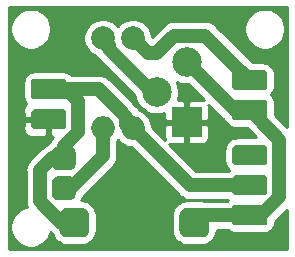
<source format=gbr>
G04 #@! TF.GenerationSoftware,KiCad,Pcbnew,5.1.5+dfsg1-2build2*
G04 #@! TF.CreationDate,2020-11-06T22:36:43+01:00*
G04 #@! TF.ProjectId,lighthouse,6c696768-7468-46f7-9573-652e6b696361,rev?*
G04 #@! TF.SameCoordinates,PX36049d0PY465e678*
G04 #@! TF.FileFunction,Copper,L2,Bot*
G04 #@! TF.FilePolarity,Positive*
%FSLAX46Y46*%
G04 Gerber Fmt 4.6, Leading zero omitted, Abs format (unit mm)*
G04 Created by KiCad (PCBNEW 5.1.5+dfsg1-2build2) date 2020-11-06 22:36:43*
%MOMM*%
%LPD*%
G04 APERTURE LIST*
%ADD10R,2.500000X2.500000*%
%ADD11C,2.500000*%
%ADD12C,0.100000*%
%ADD13O,2.000000X2.000000*%
%ADD14C,2.000000*%
%ADD15C,1.200000*%
%ADD16C,0.254000*%
G04 APERTURE END LIST*
D10*
X15748000Y-10414000D03*
D11*
X15748000Y-5334000D03*
X13208000Y-7874000D03*
G04 #@! TA.AperFunction,ComponentPad*
D12*
G36*
X6909261Y-17676010D02*
G01*
X6969931Y-17685009D01*
X7029428Y-17699912D01*
X7087177Y-17720575D01*
X7142623Y-17746799D01*
X7195231Y-17778331D01*
X7244496Y-17814868D01*
X7289942Y-17856058D01*
X7331132Y-17901504D01*
X7367669Y-17950769D01*
X7399201Y-18003377D01*
X7425425Y-18058823D01*
X7446088Y-18116572D01*
X7460991Y-18176069D01*
X7469990Y-18236739D01*
X7473000Y-18298000D01*
X7473000Y-19548000D01*
X7469990Y-19609261D01*
X7460991Y-19669931D01*
X7446088Y-19729428D01*
X7425425Y-19787177D01*
X7399201Y-19842623D01*
X7367669Y-19895231D01*
X7331132Y-19944496D01*
X7289942Y-19989942D01*
X7244496Y-20031132D01*
X7195231Y-20067669D01*
X7142623Y-20099201D01*
X7087177Y-20125425D01*
X7029428Y-20146088D01*
X6969931Y-20160991D01*
X6909261Y-20169990D01*
X6848000Y-20173000D01*
X5598000Y-20173000D01*
X5536739Y-20169990D01*
X5476069Y-20160991D01*
X5416572Y-20146088D01*
X5358823Y-20125425D01*
X5303377Y-20099201D01*
X5250769Y-20067669D01*
X5201504Y-20031132D01*
X5156058Y-19989942D01*
X5114868Y-19944496D01*
X5078331Y-19895231D01*
X5046799Y-19842623D01*
X5020575Y-19787177D01*
X4999912Y-19729428D01*
X4985009Y-19669931D01*
X4976010Y-19609261D01*
X4973000Y-19548000D01*
X4973000Y-18298000D01*
X4976010Y-18236739D01*
X4985009Y-18176069D01*
X4999912Y-18116572D01*
X5020575Y-18058823D01*
X5046799Y-18003377D01*
X5078331Y-17950769D01*
X5114868Y-17901504D01*
X5156058Y-17856058D01*
X5201504Y-17814868D01*
X5250769Y-17778331D01*
X5303377Y-17746799D01*
X5358823Y-17720575D01*
X5416572Y-17699912D01*
X5476069Y-17685009D01*
X5536739Y-17676010D01*
X5598000Y-17673000D01*
X6848000Y-17673000D01*
X6909261Y-17676010D01*
G37*
G04 #@! TD.AperFunction*
G04 #@! TA.AperFunction,ComponentPad*
G36*
X17069261Y-17676010D02*
G01*
X17129931Y-17685009D01*
X17189428Y-17699912D01*
X17247177Y-17720575D01*
X17302623Y-17746799D01*
X17355231Y-17778331D01*
X17404496Y-17814868D01*
X17449942Y-17856058D01*
X17491132Y-17901504D01*
X17527669Y-17950769D01*
X17559201Y-18003377D01*
X17585425Y-18058823D01*
X17606088Y-18116572D01*
X17620991Y-18176069D01*
X17629990Y-18236739D01*
X17633000Y-18298000D01*
X17633000Y-19548000D01*
X17629990Y-19609261D01*
X17620991Y-19669931D01*
X17606088Y-19729428D01*
X17585425Y-19787177D01*
X17559201Y-19842623D01*
X17527669Y-19895231D01*
X17491132Y-19944496D01*
X17449942Y-19989942D01*
X17404496Y-20031132D01*
X17355231Y-20067669D01*
X17302623Y-20099201D01*
X17247177Y-20125425D01*
X17189428Y-20146088D01*
X17129931Y-20160991D01*
X17069261Y-20169990D01*
X17008000Y-20173000D01*
X15758000Y-20173000D01*
X15696739Y-20169990D01*
X15636069Y-20160991D01*
X15576572Y-20146088D01*
X15518823Y-20125425D01*
X15463377Y-20099201D01*
X15410769Y-20067669D01*
X15361504Y-20031132D01*
X15316058Y-19989942D01*
X15274868Y-19944496D01*
X15238331Y-19895231D01*
X15206799Y-19842623D01*
X15180575Y-19787177D01*
X15159912Y-19729428D01*
X15145009Y-19669931D01*
X15136010Y-19609261D01*
X15133000Y-19548000D01*
X15133000Y-18298000D01*
X15136010Y-18236739D01*
X15145009Y-18176069D01*
X15159912Y-18116572D01*
X15180575Y-18058823D01*
X15206799Y-18003377D01*
X15238331Y-17950769D01*
X15274868Y-17901504D01*
X15316058Y-17856058D01*
X15361504Y-17814868D01*
X15410769Y-17778331D01*
X15463377Y-17746799D01*
X15518823Y-17720575D01*
X15576572Y-17699912D01*
X15636069Y-17685009D01*
X15696739Y-17676010D01*
X15758000Y-17673000D01*
X17008000Y-17673000D01*
X17069261Y-17676010D01*
G37*
G04 #@! TD.AperFunction*
G04 #@! TA.AperFunction,ComponentPad*
G36*
X5337999Y-6751207D02*
G01*
X5362322Y-6754814D01*
X5386174Y-6760789D01*
X5409325Y-6769073D01*
X5431553Y-6779586D01*
X5452644Y-6792227D01*
X5472394Y-6806875D01*
X5490613Y-6823387D01*
X5507125Y-6841606D01*
X5521773Y-6861356D01*
X5534414Y-6882447D01*
X5544927Y-6904675D01*
X5553211Y-6927826D01*
X5559186Y-6951678D01*
X5562793Y-6976001D01*
X5564000Y-7000560D01*
X5564000Y-8239440D01*
X5562793Y-8263999D01*
X5559186Y-8288322D01*
X5553211Y-8312174D01*
X5544927Y-8335325D01*
X5534414Y-8357553D01*
X5521773Y-8378644D01*
X5507125Y-8398394D01*
X5490613Y-8416613D01*
X5472394Y-8433125D01*
X5452644Y-8447773D01*
X5431553Y-8460414D01*
X5409325Y-8470927D01*
X5386174Y-8479211D01*
X5362322Y-8485186D01*
X5337999Y-8488793D01*
X5313440Y-8490000D01*
X2814560Y-8490000D01*
X2790001Y-8488793D01*
X2765678Y-8485186D01*
X2741826Y-8479211D01*
X2718675Y-8470927D01*
X2696447Y-8460414D01*
X2675356Y-8447773D01*
X2655606Y-8433125D01*
X2637387Y-8416613D01*
X2620875Y-8398394D01*
X2606227Y-8378644D01*
X2593586Y-8357553D01*
X2583073Y-8335325D01*
X2574789Y-8312174D01*
X2568814Y-8288322D01*
X2565207Y-8263999D01*
X2564000Y-8239440D01*
X2564000Y-7000560D01*
X2565207Y-6976001D01*
X2568814Y-6951678D01*
X2574789Y-6927826D01*
X2583073Y-6904675D01*
X2593586Y-6882447D01*
X2606227Y-6861356D01*
X2620875Y-6841606D01*
X2637387Y-6823387D01*
X2655606Y-6806875D01*
X2675356Y-6792227D01*
X2696447Y-6779586D01*
X2718675Y-6769073D01*
X2741826Y-6760789D01*
X2765678Y-6754814D01*
X2790001Y-6751207D01*
X2814560Y-6750000D01*
X5313440Y-6750000D01*
X5337999Y-6751207D01*
G37*
G04 #@! TD.AperFunction*
G04 #@! TA.AperFunction,ComponentPad*
G36*
X5171637Y-9292095D02*
G01*
X5213864Y-9298358D01*
X5255274Y-9308731D01*
X5295467Y-9323112D01*
X5334058Y-9341364D01*
X5370673Y-9363311D01*
X5404961Y-9388740D01*
X5436591Y-9417409D01*
X5465260Y-9449039D01*
X5490689Y-9483327D01*
X5512636Y-9519942D01*
X5530888Y-9558533D01*
X5545269Y-9598726D01*
X5555642Y-9640136D01*
X5561905Y-9682363D01*
X5564000Y-9725000D01*
X5564000Y-10595000D01*
X5561905Y-10637637D01*
X5555642Y-10679864D01*
X5545269Y-10721274D01*
X5530888Y-10761467D01*
X5512636Y-10800058D01*
X5490689Y-10836673D01*
X5465260Y-10870961D01*
X5436591Y-10902591D01*
X5404961Y-10931260D01*
X5370673Y-10956689D01*
X5334058Y-10978636D01*
X5295467Y-10996888D01*
X5255274Y-11011269D01*
X5213864Y-11021642D01*
X5171637Y-11027905D01*
X5129000Y-11030000D01*
X2999000Y-11030000D01*
X2956363Y-11027905D01*
X2914136Y-11021642D01*
X2872726Y-11011269D01*
X2832533Y-10996888D01*
X2793942Y-10978636D01*
X2757327Y-10956689D01*
X2723039Y-10931260D01*
X2691409Y-10902591D01*
X2662740Y-10870961D01*
X2637311Y-10836673D01*
X2615364Y-10800058D01*
X2597112Y-10761467D01*
X2582731Y-10721274D01*
X2572358Y-10679864D01*
X2566095Y-10637637D01*
X2564000Y-10595000D01*
X2564000Y-9725000D01*
X2566095Y-9682363D01*
X2572358Y-9640136D01*
X2582731Y-9598726D01*
X2597112Y-9558533D01*
X2615364Y-9519942D01*
X2637311Y-9483327D01*
X2662740Y-9449039D01*
X2691409Y-9417409D01*
X2723039Y-9388740D01*
X2757327Y-9363311D01*
X2793942Y-9341364D01*
X2832533Y-9323112D01*
X2872726Y-9308731D01*
X2914136Y-9298358D01*
X2956363Y-9292095D01*
X2999000Y-9290000D01*
X5129000Y-9290000D01*
X5171637Y-9292095D01*
G37*
G04 #@! TD.AperFunction*
G04 #@! TA.AperFunction,ComponentPad*
G36*
X22189637Y-5990095D02*
G01*
X22231864Y-5996358D01*
X22273274Y-6006731D01*
X22313467Y-6021112D01*
X22352058Y-6039364D01*
X22388673Y-6061311D01*
X22422961Y-6086740D01*
X22454591Y-6115409D01*
X22483260Y-6147039D01*
X22508689Y-6181327D01*
X22530636Y-6217942D01*
X22548888Y-6256533D01*
X22563269Y-6296726D01*
X22573642Y-6338136D01*
X22579905Y-6380363D01*
X22582000Y-6423000D01*
X22582000Y-7293000D01*
X22579905Y-7335637D01*
X22573642Y-7377864D01*
X22563269Y-7419274D01*
X22548888Y-7459467D01*
X22530636Y-7498058D01*
X22508689Y-7534673D01*
X22483260Y-7568961D01*
X22454591Y-7600591D01*
X22422961Y-7629260D01*
X22388673Y-7654689D01*
X22352058Y-7676636D01*
X22313467Y-7694888D01*
X22273274Y-7709269D01*
X22231864Y-7719642D01*
X22189637Y-7725905D01*
X22147000Y-7728000D01*
X20017000Y-7728000D01*
X19974363Y-7725905D01*
X19932136Y-7719642D01*
X19890726Y-7709269D01*
X19850533Y-7694888D01*
X19811942Y-7676636D01*
X19775327Y-7654689D01*
X19741039Y-7629260D01*
X19709409Y-7600591D01*
X19680740Y-7568961D01*
X19655311Y-7534673D01*
X19633364Y-7498058D01*
X19615112Y-7459467D01*
X19600731Y-7419274D01*
X19590358Y-7377864D01*
X19584095Y-7335637D01*
X19582000Y-7293000D01*
X19582000Y-6423000D01*
X19584095Y-6380363D01*
X19590358Y-6338136D01*
X19600731Y-6296726D01*
X19615112Y-6256533D01*
X19633364Y-6217942D01*
X19655311Y-6181327D01*
X19680740Y-6147039D01*
X19709409Y-6115409D01*
X19741039Y-6086740D01*
X19775327Y-6061311D01*
X19811942Y-6039364D01*
X19850533Y-6021112D01*
X19890726Y-6006731D01*
X19932136Y-5996358D01*
X19974363Y-5990095D01*
X20017000Y-5988000D01*
X22147000Y-5988000D01*
X22189637Y-5990095D01*
G37*
G04 #@! TD.AperFunction*
G04 #@! TA.AperFunction,ComponentPad*
G36*
X22355999Y-8529207D02*
G01*
X22380322Y-8532814D01*
X22404174Y-8538789D01*
X22427325Y-8547073D01*
X22449553Y-8557586D01*
X22470644Y-8570227D01*
X22490394Y-8584875D01*
X22508613Y-8601387D01*
X22525125Y-8619606D01*
X22539773Y-8639356D01*
X22552414Y-8660447D01*
X22562927Y-8682675D01*
X22571211Y-8705826D01*
X22577186Y-8729678D01*
X22580793Y-8754001D01*
X22582000Y-8778560D01*
X22582000Y-10017440D01*
X22580793Y-10041999D01*
X22577186Y-10066322D01*
X22571211Y-10090174D01*
X22562927Y-10113325D01*
X22552414Y-10135553D01*
X22539773Y-10156644D01*
X22525125Y-10176394D01*
X22508613Y-10194613D01*
X22490394Y-10211125D01*
X22470644Y-10225773D01*
X22449553Y-10238414D01*
X22427325Y-10248927D01*
X22404174Y-10257211D01*
X22380322Y-10263186D01*
X22355999Y-10266793D01*
X22331440Y-10268000D01*
X19832560Y-10268000D01*
X19808001Y-10266793D01*
X19783678Y-10263186D01*
X19759826Y-10257211D01*
X19736675Y-10248927D01*
X19714447Y-10238414D01*
X19693356Y-10225773D01*
X19673606Y-10211125D01*
X19655387Y-10194613D01*
X19638875Y-10176394D01*
X19624227Y-10156644D01*
X19611586Y-10135553D01*
X19601073Y-10113325D01*
X19592789Y-10090174D01*
X19586814Y-10066322D01*
X19583207Y-10041999D01*
X19582000Y-10017440D01*
X19582000Y-8778560D01*
X19583207Y-8754001D01*
X19586814Y-8729678D01*
X19592789Y-8705826D01*
X19601073Y-8682675D01*
X19611586Y-8660447D01*
X19624227Y-8639356D01*
X19638875Y-8619606D01*
X19655387Y-8601387D01*
X19673606Y-8584875D01*
X19693356Y-8570227D01*
X19714447Y-8557586D01*
X19736675Y-8547073D01*
X19759826Y-8538789D01*
X19783678Y-8532814D01*
X19808001Y-8529207D01*
X19832560Y-8528000D01*
X22331440Y-8528000D01*
X22355999Y-8529207D01*
G37*
G04 #@! TD.AperFunction*
G04 #@! TA.AperFunction,ComponentPad*
G36*
X22355999Y-17419207D02*
G01*
X22380322Y-17422814D01*
X22404174Y-17428789D01*
X22427325Y-17437073D01*
X22449553Y-17447586D01*
X22470644Y-17460227D01*
X22490394Y-17474875D01*
X22508613Y-17491387D01*
X22525125Y-17509606D01*
X22539773Y-17529356D01*
X22552414Y-17550447D01*
X22562927Y-17572675D01*
X22571211Y-17595826D01*
X22577186Y-17619678D01*
X22580793Y-17644001D01*
X22582000Y-17668560D01*
X22582000Y-18907440D01*
X22580793Y-18931999D01*
X22577186Y-18956322D01*
X22571211Y-18980174D01*
X22562927Y-19003325D01*
X22552414Y-19025553D01*
X22539773Y-19046644D01*
X22525125Y-19066394D01*
X22508613Y-19084613D01*
X22490394Y-19101125D01*
X22470644Y-19115773D01*
X22449553Y-19128414D01*
X22427325Y-19138927D01*
X22404174Y-19147211D01*
X22380322Y-19153186D01*
X22355999Y-19156793D01*
X22331440Y-19158000D01*
X19832560Y-19158000D01*
X19808001Y-19156793D01*
X19783678Y-19153186D01*
X19759826Y-19147211D01*
X19736675Y-19138927D01*
X19714447Y-19128414D01*
X19693356Y-19115773D01*
X19673606Y-19101125D01*
X19655387Y-19084613D01*
X19638875Y-19066394D01*
X19624227Y-19046644D01*
X19611586Y-19025553D01*
X19601073Y-19003325D01*
X19592789Y-18980174D01*
X19586814Y-18956322D01*
X19583207Y-18931999D01*
X19582000Y-18907440D01*
X19582000Y-17668560D01*
X19583207Y-17644001D01*
X19586814Y-17619678D01*
X19592789Y-17595826D01*
X19601073Y-17572675D01*
X19611586Y-17550447D01*
X19624227Y-17529356D01*
X19638875Y-17509606D01*
X19655387Y-17491387D01*
X19673606Y-17474875D01*
X19693356Y-17460227D01*
X19714447Y-17447586D01*
X19736675Y-17437073D01*
X19759826Y-17428789D01*
X19783678Y-17422814D01*
X19808001Y-17419207D01*
X19832560Y-17418000D01*
X22331440Y-17418000D01*
X22355999Y-17419207D01*
G37*
G04 #@! TD.AperFunction*
G04 #@! TA.AperFunction,ComponentPad*
G36*
X22189637Y-14880095D02*
G01*
X22231864Y-14886358D01*
X22273274Y-14896731D01*
X22313467Y-14911112D01*
X22352058Y-14929364D01*
X22388673Y-14951311D01*
X22422961Y-14976740D01*
X22454591Y-15005409D01*
X22483260Y-15037039D01*
X22508689Y-15071327D01*
X22530636Y-15107942D01*
X22548888Y-15146533D01*
X22563269Y-15186726D01*
X22573642Y-15228136D01*
X22579905Y-15270363D01*
X22582000Y-15313000D01*
X22582000Y-16183000D01*
X22579905Y-16225637D01*
X22573642Y-16267864D01*
X22563269Y-16309274D01*
X22548888Y-16349467D01*
X22530636Y-16388058D01*
X22508689Y-16424673D01*
X22483260Y-16458961D01*
X22454591Y-16490591D01*
X22422961Y-16519260D01*
X22388673Y-16544689D01*
X22352058Y-16566636D01*
X22313467Y-16584888D01*
X22273274Y-16599269D01*
X22231864Y-16609642D01*
X22189637Y-16615905D01*
X22147000Y-16618000D01*
X20017000Y-16618000D01*
X19974363Y-16615905D01*
X19932136Y-16609642D01*
X19890726Y-16599269D01*
X19850533Y-16584888D01*
X19811942Y-16566636D01*
X19775327Y-16544689D01*
X19741039Y-16519260D01*
X19709409Y-16490591D01*
X19680740Y-16458961D01*
X19655311Y-16424673D01*
X19633364Y-16388058D01*
X19615112Y-16349467D01*
X19600731Y-16309274D01*
X19590358Y-16267864D01*
X19584095Y-16225637D01*
X19582000Y-16183000D01*
X19582000Y-15313000D01*
X19584095Y-15270363D01*
X19590358Y-15228136D01*
X19600731Y-15186726D01*
X19615112Y-15146533D01*
X19633364Y-15107942D01*
X19655311Y-15071327D01*
X19680740Y-15037039D01*
X19709409Y-15005409D01*
X19741039Y-14976740D01*
X19775327Y-14951311D01*
X19811942Y-14929364D01*
X19850533Y-14911112D01*
X19890726Y-14896731D01*
X19932136Y-14886358D01*
X19974363Y-14880095D01*
X20017000Y-14878000D01*
X22147000Y-14878000D01*
X22189637Y-14880095D01*
G37*
G04 #@! TD.AperFunction*
G04 #@! TA.AperFunction,ComponentPad*
G36*
X22189637Y-12340095D02*
G01*
X22231864Y-12346358D01*
X22273274Y-12356731D01*
X22313467Y-12371112D01*
X22352058Y-12389364D01*
X22388673Y-12411311D01*
X22422961Y-12436740D01*
X22454591Y-12465409D01*
X22483260Y-12497039D01*
X22508689Y-12531327D01*
X22530636Y-12567942D01*
X22548888Y-12606533D01*
X22563269Y-12646726D01*
X22573642Y-12688136D01*
X22579905Y-12730363D01*
X22582000Y-12773000D01*
X22582000Y-13643000D01*
X22579905Y-13685637D01*
X22573642Y-13727864D01*
X22563269Y-13769274D01*
X22548888Y-13809467D01*
X22530636Y-13848058D01*
X22508689Y-13884673D01*
X22483260Y-13918961D01*
X22454591Y-13950591D01*
X22422961Y-13979260D01*
X22388673Y-14004689D01*
X22352058Y-14026636D01*
X22313467Y-14044888D01*
X22273274Y-14059269D01*
X22231864Y-14069642D01*
X22189637Y-14075905D01*
X22147000Y-14078000D01*
X20017000Y-14078000D01*
X19974363Y-14075905D01*
X19932136Y-14069642D01*
X19890726Y-14059269D01*
X19850533Y-14044888D01*
X19811942Y-14026636D01*
X19775327Y-14004689D01*
X19741039Y-13979260D01*
X19709409Y-13950591D01*
X19680740Y-13918961D01*
X19655311Y-13884673D01*
X19633364Y-13848058D01*
X19615112Y-13809467D01*
X19600731Y-13769274D01*
X19590358Y-13727864D01*
X19584095Y-13685637D01*
X19582000Y-13643000D01*
X19582000Y-12773000D01*
X19584095Y-12730363D01*
X19590358Y-12688136D01*
X19600731Y-12646726D01*
X19615112Y-12606533D01*
X19633364Y-12567942D01*
X19655311Y-12531327D01*
X19680740Y-12497039D01*
X19709409Y-12465409D01*
X19741039Y-12436740D01*
X19775327Y-12411311D01*
X19811942Y-12389364D01*
X19850533Y-12371112D01*
X19890726Y-12356731D01*
X19932136Y-12346358D01*
X19974363Y-12340095D01*
X20017000Y-12338000D01*
X22147000Y-12338000D01*
X22189637Y-12340095D01*
G37*
G04 #@! TD.AperFunction*
D13*
X8636000Y-10922000D03*
D14*
X8636000Y-3302000D03*
X11176000Y-3302000D03*
D13*
X11176000Y-10922000D03*
G04 #@! TA.AperFunction,ComponentPad*
D12*
G36*
X5883009Y-12464408D02*
G01*
X5931545Y-12471607D01*
X5979142Y-12483530D01*
X6025342Y-12500060D01*
X6069698Y-12521039D01*
X6111785Y-12546265D01*
X6151197Y-12575495D01*
X6187553Y-12608447D01*
X6220505Y-12644803D01*
X6249735Y-12684215D01*
X6274961Y-12726302D01*
X6295940Y-12770658D01*
X6312470Y-12816858D01*
X6324393Y-12864455D01*
X6331592Y-12912991D01*
X6334000Y-12962000D01*
X6334000Y-13962000D01*
X6331592Y-14011009D01*
X6324393Y-14059545D01*
X6312470Y-14107142D01*
X6295940Y-14153342D01*
X6274961Y-14197698D01*
X6249735Y-14239785D01*
X6220505Y-14279197D01*
X6187553Y-14315553D01*
X6151197Y-14348505D01*
X6111785Y-14377735D01*
X6069698Y-14402961D01*
X6025342Y-14423940D01*
X5979142Y-14440470D01*
X5931545Y-14452393D01*
X5883009Y-14459592D01*
X5834000Y-14462000D01*
X4834000Y-14462000D01*
X4784991Y-14459592D01*
X4736455Y-14452393D01*
X4688858Y-14440470D01*
X4642658Y-14423940D01*
X4598302Y-14402961D01*
X4556215Y-14377735D01*
X4516803Y-14348505D01*
X4480447Y-14315553D01*
X4447495Y-14279197D01*
X4418265Y-14239785D01*
X4393039Y-14197698D01*
X4372060Y-14153342D01*
X4355530Y-14107142D01*
X4343607Y-14059545D01*
X4336408Y-14011009D01*
X4334000Y-13962000D01*
X4334000Y-12962000D01*
X4336408Y-12912991D01*
X4343607Y-12864455D01*
X4355530Y-12816858D01*
X4372060Y-12770658D01*
X4393039Y-12726302D01*
X4418265Y-12684215D01*
X4447495Y-12644803D01*
X4480447Y-12608447D01*
X4516803Y-12575495D01*
X4556215Y-12546265D01*
X4598302Y-12521039D01*
X4642658Y-12500060D01*
X4688858Y-12483530D01*
X4736455Y-12471607D01*
X4784991Y-12464408D01*
X4834000Y-12462000D01*
X5834000Y-12462000D01*
X5883009Y-12464408D01*
G37*
G04 #@! TD.AperFunction*
G04 #@! TA.AperFunction,ComponentPad*
G36*
X5883009Y-15004408D02*
G01*
X5931545Y-15011607D01*
X5979142Y-15023530D01*
X6025342Y-15040060D01*
X6069698Y-15061039D01*
X6111785Y-15086265D01*
X6151197Y-15115495D01*
X6187553Y-15148447D01*
X6220505Y-15184803D01*
X6249735Y-15224215D01*
X6274961Y-15266302D01*
X6295940Y-15310658D01*
X6312470Y-15356858D01*
X6324393Y-15404455D01*
X6331592Y-15452991D01*
X6334000Y-15502000D01*
X6334000Y-16502000D01*
X6331592Y-16551009D01*
X6324393Y-16599545D01*
X6312470Y-16647142D01*
X6295940Y-16693342D01*
X6274961Y-16737698D01*
X6249735Y-16779785D01*
X6220505Y-16819197D01*
X6187553Y-16855553D01*
X6151197Y-16888505D01*
X6111785Y-16917735D01*
X6069698Y-16942961D01*
X6025342Y-16963940D01*
X5979142Y-16980470D01*
X5931545Y-16992393D01*
X5883009Y-16999592D01*
X5834000Y-17002000D01*
X4834000Y-17002000D01*
X4784991Y-16999592D01*
X4736455Y-16992393D01*
X4688858Y-16980470D01*
X4642658Y-16963940D01*
X4598302Y-16942961D01*
X4556215Y-16917735D01*
X4516803Y-16888505D01*
X4480447Y-16855553D01*
X4447495Y-16819197D01*
X4418265Y-16779785D01*
X4393039Y-16737698D01*
X4372060Y-16693342D01*
X4355530Y-16647142D01*
X4343607Y-16599545D01*
X4336408Y-16551009D01*
X4334000Y-16502000D01*
X4334000Y-15502000D01*
X4336408Y-15452991D01*
X4343607Y-15404455D01*
X4355530Y-15356858D01*
X4372060Y-15310658D01*
X4393039Y-15266302D01*
X4418265Y-15224215D01*
X4447495Y-15184803D01*
X4480447Y-15148447D01*
X4516803Y-15115495D01*
X4556215Y-15086265D01*
X4598302Y-15061039D01*
X4642658Y-15040060D01*
X4688858Y-15023530D01*
X4736455Y-15011607D01*
X4784991Y-15004408D01*
X4834000Y-15002000D01*
X5834000Y-15002000D01*
X5883009Y-15004408D01*
G37*
G04 #@! TD.AperFunction*
D15*
X16002000Y-15748000D02*
X11176000Y-10922000D01*
X21082000Y-15748000D02*
X16002000Y-15748000D01*
X3333990Y-14462010D02*
X4334000Y-13462000D01*
X3333990Y-17123324D02*
X3333990Y-14462010D01*
X4334000Y-13462000D02*
X5334000Y-13462000D01*
X5133666Y-18923000D02*
X3333990Y-17123324D01*
X6223000Y-18923000D02*
X5133666Y-18923000D01*
X8294002Y-7620000D02*
X5564000Y-7620000D01*
X10636001Y-9961999D02*
X8294002Y-7620000D01*
X10636001Y-10636001D02*
X10636001Y-9961999D01*
X10922000Y-10922000D02*
X10636001Y-10636001D01*
X11176000Y-10922000D02*
X10922000Y-10922000D01*
X5564000Y-7620000D02*
X4064000Y-7620000D01*
X6564010Y-8620010D02*
X5564000Y-7620000D01*
X6564010Y-11231990D02*
X6564010Y-8620010D01*
X5334000Y-12462000D02*
X6564010Y-11231990D01*
X5334000Y-13462000D02*
X5334000Y-12462000D01*
X21952000Y-10268000D02*
X21082000Y-9398000D01*
X23582010Y-11898010D02*
X21952000Y-10268000D01*
X23582010Y-16777402D02*
X23582010Y-11898010D01*
X22071412Y-18288000D02*
X23582010Y-16777402D01*
X21082000Y-18288000D02*
X22071412Y-18288000D01*
X17018000Y-18288000D02*
X16383000Y-18923000D01*
X21082000Y-18288000D02*
X17018000Y-18288000D01*
X19812000Y-9398000D02*
X15748000Y-5334000D01*
X21082000Y-9398000D02*
X19812000Y-9398000D01*
X20212000Y-5988000D02*
X21082000Y-6858000D01*
X17307999Y-3083999D02*
X20212000Y-5988000D01*
X11176000Y-3302000D02*
X12446000Y-4572000D01*
X12446000Y-4572000D02*
X13208000Y-4572000D01*
X14667999Y-3083999D02*
X17307999Y-3083999D01*
X13497999Y-4253999D02*
X14667999Y-3083999D01*
X13497999Y-4282001D02*
X13497999Y-4253999D01*
X13208000Y-4572000D02*
X13497999Y-4282001D01*
X8636000Y-13281334D02*
X8636000Y-12336213D01*
X8636000Y-12336213D02*
X8636000Y-10922000D01*
X5915334Y-16002000D02*
X8636000Y-13281334D01*
X5334000Y-16002000D02*
X5915334Y-16002000D01*
X9175999Y-3841999D02*
X8636000Y-3302000D01*
X9175999Y-4262001D02*
X9175999Y-3841999D01*
X12787998Y-7874000D02*
X9175999Y-4262001D01*
X13208000Y-7874000D02*
X12787998Y-7874000D01*
D16*
G36*
X24232000Y-10801447D02*
G01*
X23220072Y-9789519D01*
X23220072Y-8778560D01*
X23202997Y-8605196D01*
X23152429Y-8438495D01*
X23070311Y-8284863D01*
X22959798Y-8150202D01*
X22872821Y-8078822D01*
X22905776Y-8051776D01*
X23039227Y-7889167D01*
X23138389Y-7703647D01*
X23199453Y-7502346D01*
X23220072Y-7293000D01*
X23220072Y-6423000D01*
X23199453Y-6213654D01*
X23138389Y-6012353D01*
X23039227Y-5826833D01*
X22905776Y-5664224D01*
X22743167Y-5530773D01*
X22557647Y-5431611D01*
X22356346Y-5370547D01*
X22147000Y-5349928D01*
X21320481Y-5349928D01*
X18339670Y-2369117D01*
X20617000Y-2369117D01*
X20617000Y-2710883D01*
X20683675Y-3046081D01*
X20814463Y-3361831D01*
X21004337Y-3645998D01*
X21246002Y-3887663D01*
X21530169Y-4077537D01*
X21845919Y-4208325D01*
X22181117Y-4275000D01*
X22522883Y-4275000D01*
X22858081Y-4208325D01*
X23173831Y-4077537D01*
X23457998Y-3887663D01*
X23699663Y-3645998D01*
X23889537Y-3361831D01*
X24020325Y-3046081D01*
X24087000Y-2710883D01*
X24087000Y-2369117D01*
X24020325Y-2033919D01*
X23889537Y-1718169D01*
X23699663Y-1434002D01*
X23457998Y-1192337D01*
X23173831Y-1002463D01*
X22858081Y-871675D01*
X22522883Y-805000D01*
X22181117Y-805000D01*
X21845919Y-871675D01*
X21530169Y-1002463D01*
X21246002Y-1192337D01*
X21004337Y-1434002D01*
X20814463Y-1718169D01*
X20683675Y-2033919D01*
X20617000Y-2369117D01*
X18339670Y-2369117D01*
X18224178Y-2253625D01*
X18185501Y-2206497D01*
X17997448Y-2052166D01*
X17782900Y-1937488D01*
X17550101Y-1866869D01*
X17368664Y-1848999D01*
X17307999Y-1843024D01*
X17247334Y-1848999D01*
X14728664Y-1848999D01*
X14667999Y-1843024D01*
X14607334Y-1848999D01*
X14425897Y-1866869D01*
X14193098Y-1937488D01*
X13978550Y-2052166D01*
X13790497Y-2206497D01*
X13751825Y-2253619D01*
X12812999Y-3192446D01*
X12811000Y-3190446D01*
X12811000Y-3140967D01*
X12748168Y-2825088D01*
X12624918Y-2527537D01*
X12445987Y-2259748D01*
X12218252Y-2032013D01*
X11950463Y-1853082D01*
X11652912Y-1729832D01*
X11337033Y-1667000D01*
X11014967Y-1667000D01*
X10699088Y-1729832D01*
X10401537Y-1853082D01*
X10133748Y-2032013D01*
X9906013Y-2259748D01*
X9906000Y-2259767D01*
X9905987Y-2259748D01*
X9678252Y-2032013D01*
X9410463Y-1853082D01*
X9112912Y-1729832D01*
X8797033Y-1667000D01*
X8474967Y-1667000D01*
X8159088Y-1729832D01*
X7861537Y-1853082D01*
X7593748Y-2032013D01*
X7366013Y-2259748D01*
X7187082Y-2527537D01*
X7063832Y-2825088D01*
X7001000Y-3140967D01*
X7001000Y-3463033D01*
X7063832Y-3778912D01*
X7187082Y-4076463D01*
X7366013Y-4344252D01*
X7593748Y-4571987D01*
X7861537Y-4750918D01*
X8086869Y-4844254D01*
X8144166Y-4951449D01*
X8298497Y-5139503D01*
X8345624Y-5178179D01*
X11346812Y-8179368D01*
X11395439Y-8423834D01*
X11537534Y-8766882D01*
X11743825Y-9075618D01*
X12006382Y-9338175D01*
X12315118Y-9544466D01*
X12658166Y-9686561D01*
X13022344Y-9759000D01*
X13393656Y-9759000D01*
X13757834Y-9686561D01*
X13861456Y-9643639D01*
X13863000Y-10128250D01*
X14021750Y-10287000D01*
X15621000Y-10287000D01*
X15621000Y-8687750D01*
X15462250Y-8529000D01*
X14977639Y-8527456D01*
X15020561Y-8423834D01*
X15093000Y-8059656D01*
X15093000Y-7688344D01*
X15020561Y-7324166D01*
X14894976Y-7020976D01*
X15198166Y-7146561D01*
X15562344Y-7219000D01*
X15886447Y-7219000D01*
X17241842Y-8574395D01*
X17122482Y-8538188D01*
X16998000Y-8525928D01*
X16033750Y-8529000D01*
X15875000Y-8687750D01*
X15875000Y-10287000D01*
X17474250Y-10287000D01*
X17633000Y-10128250D01*
X17636072Y-9164000D01*
X17623812Y-9039518D01*
X17587605Y-8920158D01*
X18895826Y-10228380D01*
X18934498Y-10275502D01*
X19003998Y-10332539D01*
X19011571Y-10357505D01*
X19093689Y-10511137D01*
X19204202Y-10645798D01*
X19338863Y-10756311D01*
X19492495Y-10838429D01*
X19659196Y-10888997D01*
X19832560Y-10906072D01*
X20843518Y-10906072D01*
X21121619Y-11184173D01*
X21121624Y-11184177D01*
X21637375Y-11699928D01*
X20017000Y-11699928D01*
X19807654Y-11720547D01*
X19606353Y-11781611D01*
X19420833Y-11880773D01*
X19258224Y-12014224D01*
X19124773Y-12176833D01*
X19025611Y-12362353D01*
X18964547Y-12563654D01*
X18943928Y-12773000D01*
X18943928Y-13643000D01*
X18964547Y-13852346D01*
X19025611Y-14053647D01*
X19124773Y-14239167D01*
X19258224Y-14401776D01*
X19351102Y-14478000D01*
X19308455Y-14513000D01*
X16513553Y-14513000D01*
X14254157Y-12253604D01*
X14373518Y-12289812D01*
X14498000Y-12302072D01*
X15462250Y-12299000D01*
X15621000Y-12140250D01*
X15621000Y-10541000D01*
X15875000Y-10541000D01*
X15875000Y-12140250D01*
X16033750Y-12299000D01*
X16998000Y-12302072D01*
X17122482Y-12289812D01*
X17242180Y-12253502D01*
X17352494Y-12194537D01*
X17449185Y-12115185D01*
X17528537Y-12018494D01*
X17587502Y-11908180D01*
X17623812Y-11788482D01*
X17636072Y-11664000D01*
X17633000Y-10699750D01*
X17474250Y-10541000D01*
X15875000Y-10541000D01*
X15621000Y-10541000D01*
X14021750Y-10541000D01*
X13863000Y-10699750D01*
X13859928Y-11664000D01*
X13872188Y-11788482D01*
X13908396Y-11907843D01*
X12811000Y-10810447D01*
X12811000Y-10760967D01*
X12748168Y-10445088D01*
X12624918Y-10147537D01*
X12445987Y-9879748D01*
X12218252Y-9652013D01*
X11950463Y-9473082D01*
X11725132Y-9379746D01*
X11667834Y-9272550D01*
X11513503Y-9084497D01*
X11466381Y-9045825D01*
X9210180Y-6789625D01*
X9171504Y-6742498D01*
X8983451Y-6588167D01*
X8768903Y-6473489D01*
X8536104Y-6402870D01*
X8354667Y-6385000D01*
X8294002Y-6379025D01*
X8233337Y-6385000D01*
X5952301Y-6385000D01*
X5941798Y-6372202D01*
X5807137Y-6261689D01*
X5653505Y-6179571D01*
X5486804Y-6129003D01*
X5313440Y-6111928D01*
X2814560Y-6111928D01*
X2641196Y-6129003D01*
X2474495Y-6179571D01*
X2320863Y-6261689D01*
X2186202Y-6372202D01*
X2075689Y-6506863D01*
X1993571Y-6660495D01*
X1943003Y-6827196D01*
X1925928Y-7000560D01*
X1925928Y-8239440D01*
X1943003Y-8412804D01*
X1993571Y-8579505D01*
X2075689Y-8733137D01*
X2142454Y-8814491D01*
X2112815Y-8838815D01*
X2033463Y-8935506D01*
X1974498Y-9045820D01*
X1938188Y-9165518D01*
X1925928Y-9290000D01*
X1929000Y-9874250D01*
X2087750Y-10033000D01*
X3937000Y-10033000D01*
X3937000Y-10013000D01*
X4191000Y-10013000D01*
X4191000Y-10033000D01*
X4211000Y-10033000D01*
X4211000Y-10287000D01*
X4191000Y-10287000D01*
X4191000Y-11506250D01*
X4349750Y-11665000D01*
X4390348Y-11665103D01*
X4302168Y-11772551D01*
X4187489Y-11987099D01*
X4171208Y-12040769D01*
X4029262Y-12157262D01*
X3912769Y-12299208D01*
X3859099Y-12315489D01*
X3644551Y-12430167D01*
X3456498Y-12584498D01*
X3417826Y-12631620D01*
X2503611Y-13545836D01*
X2456489Y-13584508D01*
X2302158Y-13772561D01*
X2187480Y-13987109D01*
X2187479Y-13987111D01*
X2116860Y-14219908D01*
X2093015Y-14462010D01*
X2098991Y-14522685D01*
X2098990Y-17062658D01*
X2093015Y-17123324D01*
X2098990Y-17183988D01*
X2116860Y-17365425D01*
X2187479Y-17598224D01*
X2190816Y-17604466D01*
X2033919Y-17635675D01*
X1718169Y-17766463D01*
X1434002Y-17956337D01*
X1192337Y-18198002D01*
X1002463Y-18482169D01*
X871675Y-18797919D01*
X805000Y-19133117D01*
X805000Y-19474883D01*
X871675Y-19810081D01*
X1002463Y-20125831D01*
X1192337Y-20409998D01*
X1434002Y-20651663D01*
X1718169Y-20841537D01*
X2033919Y-20972325D01*
X2369117Y-21039000D01*
X2710883Y-21039000D01*
X3046081Y-20972325D01*
X3361831Y-20841537D01*
X3645998Y-20651663D01*
X3887663Y-20409998D01*
X4077537Y-20125831D01*
X4208325Y-19810081D01*
X4219192Y-19755451D01*
X4256164Y-19800502D01*
X4395810Y-19915106D01*
X4431074Y-20031357D01*
X4547794Y-20249725D01*
X4704873Y-20441127D01*
X4896275Y-20598206D01*
X5114643Y-20714926D01*
X5351587Y-20786802D01*
X5598000Y-20811072D01*
X6848000Y-20811072D01*
X7094413Y-20786802D01*
X7331357Y-20714926D01*
X7549725Y-20598206D01*
X7741127Y-20441127D01*
X7898206Y-20249725D01*
X8014926Y-20031357D01*
X8086802Y-19794413D01*
X8111072Y-19548000D01*
X8111072Y-18298000D01*
X8086802Y-18051587D01*
X8014926Y-17814643D01*
X7898206Y-17596275D01*
X7741127Y-17404873D01*
X7549725Y-17247794D01*
X7331357Y-17131074D01*
X7094413Y-17059198D01*
X6848000Y-17034928D01*
X6833376Y-17034928D01*
X6885441Y-16937521D01*
X6950204Y-16724027D01*
X6951334Y-16712553D01*
X9466381Y-14197507D01*
X9513502Y-14158836D01*
X9667833Y-13970783D01*
X9782511Y-13756235D01*
X9853130Y-13523436D01*
X9871000Y-13341999D01*
X9871000Y-13341998D01*
X9876975Y-13281334D01*
X9871000Y-13220669D01*
X9871000Y-11999239D01*
X9905987Y-11964252D01*
X9906000Y-11964233D01*
X9906013Y-11964252D01*
X10133748Y-12191987D01*
X10401537Y-12370918D01*
X10699088Y-12494168D01*
X11014967Y-12557000D01*
X11064447Y-12557000D01*
X15085821Y-16578374D01*
X15124498Y-16625502D01*
X15312551Y-16779833D01*
X15527099Y-16894511D01*
X15759898Y-16965130D01*
X16002000Y-16988975D01*
X16062665Y-16983000D01*
X19273903Y-16983000D01*
X19204202Y-17040202D01*
X19193699Y-17053000D01*
X17191485Y-17053000D01*
X17008000Y-17034928D01*
X15758000Y-17034928D01*
X15511587Y-17059198D01*
X15274643Y-17131074D01*
X15056275Y-17247794D01*
X14864873Y-17404873D01*
X14707794Y-17596275D01*
X14591074Y-17814643D01*
X14519198Y-18051587D01*
X14494928Y-18298000D01*
X14494928Y-19548000D01*
X14519198Y-19794413D01*
X14591074Y-20031357D01*
X14707794Y-20249725D01*
X14864873Y-20441127D01*
X15056275Y-20598206D01*
X15274643Y-20714926D01*
X15511587Y-20786802D01*
X15758000Y-20811072D01*
X17008000Y-20811072D01*
X17254413Y-20786802D01*
X17491357Y-20714926D01*
X17709725Y-20598206D01*
X17901127Y-20441127D01*
X18058206Y-20249725D01*
X18174926Y-20031357D01*
X18246802Y-19794413D01*
X18271072Y-19548000D01*
X18271072Y-19523000D01*
X19193699Y-19523000D01*
X19204202Y-19535798D01*
X19338863Y-19646311D01*
X19492495Y-19728429D01*
X19659196Y-19778997D01*
X19832560Y-19796072D01*
X22331440Y-19796072D01*
X22504804Y-19778997D01*
X22671505Y-19728429D01*
X22825137Y-19646311D01*
X22959798Y-19535798D01*
X23070311Y-19401137D01*
X23152429Y-19247505D01*
X23202997Y-19080804D01*
X23220072Y-18907440D01*
X23220072Y-18885893D01*
X24232001Y-17873965D01*
X24232001Y-21184000D01*
X660000Y-21184000D01*
X660000Y-11030000D01*
X1925928Y-11030000D01*
X1938188Y-11154482D01*
X1974498Y-11274180D01*
X2033463Y-11384494D01*
X2112815Y-11481185D01*
X2209506Y-11560537D01*
X2319820Y-11619502D01*
X2439518Y-11655812D01*
X2564000Y-11668072D01*
X3778250Y-11665000D01*
X3937000Y-11506250D01*
X3937000Y-10287000D01*
X2087750Y-10287000D01*
X1929000Y-10445750D01*
X1925928Y-11030000D01*
X660000Y-11030000D01*
X660000Y-2369117D01*
X805000Y-2369117D01*
X805000Y-2710883D01*
X871675Y-3046081D01*
X1002463Y-3361831D01*
X1192337Y-3645998D01*
X1434002Y-3887663D01*
X1718169Y-4077537D01*
X2033919Y-4208325D01*
X2369117Y-4275000D01*
X2710883Y-4275000D01*
X3046081Y-4208325D01*
X3361831Y-4077537D01*
X3645998Y-3887663D01*
X3887663Y-3645998D01*
X4077537Y-3361831D01*
X4208325Y-3046081D01*
X4275000Y-2710883D01*
X4275000Y-2369117D01*
X4208325Y-2033919D01*
X4077537Y-1718169D01*
X3887663Y-1434002D01*
X3645998Y-1192337D01*
X3361831Y-1002463D01*
X3046081Y-871675D01*
X2710883Y-805000D01*
X2369117Y-805000D01*
X2033919Y-871675D01*
X1718169Y-1002463D01*
X1434002Y-1192337D01*
X1192337Y-1434002D01*
X1002463Y-1718169D01*
X871675Y-2033919D01*
X805000Y-2369117D01*
X660000Y-2369117D01*
X660000Y-660000D01*
X24232000Y-660000D01*
X24232000Y-10801447D01*
G37*
X24232000Y-10801447D02*
X23220072Y-9789519D01*
X23220072Y-8778560D01*
X23202997Y-8605196D01*
X23152429Y-8438495D01*
X23070311Y-8284863D01*
X22959798Y-8150202D01*
X22872821Y-8078822D01*
X22905776Y-8051776D01*
X23039227Y-7889167D01*
X23138389Y-7703647D01*
X23199453Y-7502346D01*
X23220072Y-7293000D01*
X23220072Y-6423000D01*
X23199453Y-6213654D01*
X23138389Y-6012353D01*
X23039227Y-5826833D01*
X22905776Y-5664224D01*
X22743167Y-5530773D01*
X22557647Y-5431611D01*
X22356346Y-5370547D01*
X22147000Y-5349928D01*
X21320481Y-5349928D01*
X18339670Y-2369117D01*
X20617000Y-2369117D01*
X20617000Y-2710883D01*
X20683675Y-3046081D01*
X20814463Y-3361831D01*
X21004337Y-3645998D01*
X21246002Y-3887663D01*
X21530169Y-4077537D01*
X21845919Y-4208325D01*
X22181117Y-4275000D01*
X22522883Y-4275000D01*
X22858081Y-4208325D01*
X23173831Y-4077537D01*
X23457998Y-3887663D01*
X23699663Y-3645998D01*
X23889537Y-3361831D01*
X24020325Y-3046081D01*
X24087000Y-2710883D01*
X24087000Y-2369117D01*
X24020325Y-2033919D01*
X23889537Y-1718169D01*
X23699663Y-1434002D01*
X23457998Y-1192337D01*
X23173831Y-1002463D01*
X22858081Y-871675D01*
X22522883Y-805000D01*
X22181117Y-805000D01*
X21845919Y-871675D01*
X21530169Y-1002463D01*
X21246002Y-1192337D01*
X21004337Y-1434002D01*
X20814463Y-1718169D01*
X20683675Y-2033919D01*
X20617000Y-2369117D01*
X18339670Y-2369117D01*
X18224178Y-2253625D01*
X18185501Y-2206497D01*
X17997448Y-2052166D01*
X17782900Y-1937488D01*
X17550101Y-1866869D01*
X17368664Y-1848999D01*
X17307999Y-1843024D01*
X17247334Y-1848999D01*
X14728664Y-1848999D01*
X14667999Y-1843024D01*
X14607334Y-1848999D01*
X14425897Y-1866869D01*
X14193098Y-1937488D01*
X13978550Y-2052166D01*
X13790497Y-2206497D01*
X13751825Y-2253619D01*
X12812999Y-3192446D01*
X12811000Y-3190446D01*
X12811000Y-3140967D01*
X12748168Y-2825088D01*
X12624918Y-2527537D01*
X12445987Y-2259748D01*
X12218252Y-2032013D01*
X11950463Y-1853082D01*
X11652912Y-1729832D01*
X11337033Y-1667000D01*
X11014967Y-1667000D01*
X10699088Y-1729832D01*
X10401537Y-1853082D01*
X10133748Y-2032013D01*
X9906013Y-2259748D01*
X9906000Y-2259767D01*
X9905987Y-2259748D01*
X9678252Y-2032013D01*
X9410463Y-1853082D01*
X9112912Y-1729832D01*
X8797033Y-1667000D01*
X8474967Y-1667000D01*
X8159088Y-1729832D01*
X7861537Y-1853082D01*
X7593748Y-2032013D01*
X7366013Y-2259748D01*
X7187082Y-2527537D01*
X7063832Y-2825088D01*
X7001000Y-3140967D01*
X7001000Y-3463033D01*
X7063832Y-3778912D01*
X7187082Y-4076463D01*
X7366013Y-4344252D01*
X7593748Y-4571987D01*
X7861537Y-4750918D01*
X8086869Y-4844254D01*
X8144166Y-4951449D01*
X8298497Y-5139503D01*
X8345624Y-5178179D01*
X11346812Y-8179368D01*
X11395439Y-8423834D01*
X11537534Y-8766882D01*
X11743825Y-9075618D01*
X12006382Y-9338175D01*
X12315118Y-9544466D01*
X12658166Y-9686561D01*
X13022344Y-9759000D01*
X13393656Y-9759000D01*
X13757834Y-9686561D01*
X13861456Y-9643639D01*
X13863000Y-10128250D01*
X14021750Y-10287000D01*
X15621000Y-10287000D01*
X15621000Y-8687750D01*
X15462250Y-8529000D01*
X14977639Y-8527456D01*
X15020561Y-8423834D01*
X15093000Y-8059656D01*
X15093000Y-7688344D01*
X15020561Y-7324166D01*
X14894976Y-7020976D01*
X15198166Y-7146561D01*
X15562344Y-7219000D01*
X15886447Y-7219000D01*
X17241842Y-8574395D01*
X17122482Y-8538188D01*
X16998000Y-8525928D01*
X16033750Y-8529000D01*
X15875000Y-8687750D01*
X15875000Y-10287000D01*
X17474250Y-10287000D01*
X17633000Y-10128250D01*
X17636072Y-9164000D01*
X17623812Y-9039518D01*
X17587605Y-8920158D01*
X18895826Y-10228380D01*
X18934498Y-10275502D01*
X19003998Y-10332539D01*
X19011571Y-10357505D01*
X19093689Y-10511137D01*
X19204202Y-10645798D01*
X19338863Y-10756311D01*
X19492495Y-10838429D01*
X19659196Y-10888997D01*
X19832560Y-10906072D01*
X20843518Y-10906072D01*
X21121619Y-11184173D01*
X21121624Y-11184177D01*
X21637375Y-11699928D01*
X20017000Y-11699928D01*
X19807654Y-11720547D01*
X19606353Y-11781611D01*
X19420833Y-11880773D01*
X19258224Y-12014224D01*
X19124773Y-12176833D01*
X19025611Y-12362353D01*
X18964547Y-12563654D01*
X18943928Y-12773000D01*
X18943928Y-13643000D01*
X18964547Y-13852346D01*
X19025611Y-14053647D01*
X19124773Y-14239167D01*
X19258224Y-14401776D01*
X19351102Y-14478000D01*
X19308455Y-14513000D01*
X16513553Y-14513000D01*
X14254157Y-12253604D01*
X14373518Y-12289812D01*
X14498000Y-12302072D01*
X15462250Y-12299000D01*
X15621000Y-12140250D01*
X15621000Y-10541000D01*
X15875000Y-10541000D01*
X15875000Y-12140250D01*
X16033750Y-12299000D01*
X16998000Y-12302072D01*
X17122482Y-12289812D01*
X17242180Y-12253502D01*
X17352494Y-12194537D01*
X17449185Y-12115185D01*
X17528537Y-12018494D01*
X17587502Y-11908180D01*
X17623812Y-11788482D01*
X17636072Y-11664000D01*
X17633000Y-10699750D01*
X17474250Y-10541000D01*
X15875000Y-10541000D01*
X15621000Y-10541000D01*
X14021750Y-10541000D01*
X13863000Y-10699750D01*
X13859928Y-11664000D01*
X13872188Y-11788482D01*
X13908396Y-11907843D01*
X12811000Y-10810447D01*
X12811000Y-10760967D01*
X12748168Y-10445088D01*
X12624918Y-10147537D01*
X12445987Y-9879748D01*
X12218252Y-9652013D01*
X11950463Y-9473082D01*
X11725132Y-9379746D01*
X11667834Y-9272550D01*
X11513503Y-9084497D01*
X11466381Y-9045825D01*
X9210180Y-6789625D01*
X9171504Y-6742498D01*
X8983451Y-6588167D01*
X8768903Y-6473489D01*
X8536104Y-6402870D01*
X8354667Y-6385000D01*
X8294002Y-6379025D01*
X8233337Y-6385000D01*
X5952301Y-6385000D01*
X5941798Y-6372202D01*
X5807137Y-6261689D01*
X5653505Y-6179571D01*
X5486804Y-6129003D01*
X5313440Y-6111928D01*
X2814560Y-6111928D01*
X2641196Y-6129003D01*
X2474495Y-6179571D01*
X2320863Y-6261689D01*
X2186202Y-6372202D01*
X2075689Y-6506863D01*
X1993571Y-6660495D01*
X1943003Y-6827196D01*
X1925928Y-7000560D01*
X1925928Y-8239440D01*
X1943003Y-8412804D01*
X1993571Y-8579505D01*
X2075689Y-8733137D01*
X2142454Y-8814491D01*
X2112815Y-8838815D01*
X2033463Y-8935506D01*
X1974498Y-9045820D01*
X1938188Y-9165518D01*
X1925928Y-9290000D01*
X1929000Y-9874250D01*
X2087750Y-10033000D01*
X3937000Y-10033000D01*
X3937000Y-10013000D01*
X4191000Y-10013000D01*
X4191000Y-10033000D01*
X4211000Y-10033000D01*
X4211000Y-10287000D01*
X4191000Y-10287000D01*
X4191000Y-11506250D01*
X4349750Y-11665000D01*
X4390348Y-11665103D01*
X4302168Y-11772551D01*
X4187489Y-11987099D01*
X4171208Y-12040769D01*
X4029262Y-12157262D01*
X3912769Y-12299208D01*
X3859099Y-12315489D01*
X3644551Y-12430167D01*
X3456498Y-12584498D01*
X3417826Y-12631620D01*
X2503611Y-13545836D01*
X2456489Y-13584508D01*
X2302158Y-13772561D01*
X2187480Y-13987109D01*
X2187479Y-13987111D01*
X2116860Y-14219908D01*
X2093015Y-14462010D01*
X2098991Y-14522685D01*
X2098990Y-17062658D01*
X2093015Y-17123324D01*
X2098990Y-17183988D01*
X2116860Y-17365425D01*
X2187479Y-17598224D01*
X2190816Y-17604466D01*
X2033919Y-17635675D01*
X1718169Y-17766463D01*
X1434002Y-17956337D01*
X1192337Y-18198002D01*
X1002463Y-18482169D01*
X871675Y-18797919D01*
X805000Y-19133117D01*
X805000Y-19474883D01*
X871675Y-19810081D01*
X1002463Y-20125831D01*
X1192337Y-20409998D01*
X1434002Y-20651663D01*
X1718169Y-20841537D01*
X2033919Y-20972325D01*
X2369117Y-21039000D01*
X2710883Y-21039000D01*
X3046081Y-20972325D01*
X3361831Y-20841537D01*
X3645998Y-20651663D01*
X3887663Y-20409998D01*
X4077537Y-20125831D01*
X4208325Y-19810081D01*
X4219192Y-19755451D01*
X4256164Y-19800502D01*
X4395810Y-19915106D01*
X4431074Y-20031357D01*
X4547794Y-20249725D01*
X4704873Y-20441127D01*
X4896275Y-20598206D01*
X5114643Y-20714926D01*
X5351587Y-20786802D01*
X5598000Y-20811072D01*
X6848000Y-20811072D01*
X7094413Y-20786802D01*
X7331357Y-20714926D01*
X7549725Y-20598206D01*
X7741127Y-20441127D01*
X7898206Y-20249725D01*
X8014926Y-20031357D01*
X8086802Y-19794413D01*
X8111072Y-19548000D01*
X8111072Y-18298000D01*
X8086802Y-18051587D01*
X8014926Y-17814643D01*
X7898206Y-17596275D01*
X7741127Y-17404873D01*
X7549725Y-17247794D01*
X7331357Y-17131074D01*
X7094413Y-17059198D01*
X6848000Y-17034928D01*
X6833376Y-17034928D01*
X6885441Y-16937521D01*
X6950204Y-16724027D01*
X6951334Y-16712553D01*
X9466381Y-14197507D01*
X9513502Y-14158836D01*
X9667833Y-13970783D01*
X9782511Y-13756235D01*
X9853130Y-13523436D01*
X9871000Y-13341999D01*
X9871000Y-13341998D01*
X9876975Y-13281334D01*
X9871000Y-13220669D01*
X9871000Y-11999239D01*
X9905987Y-11964252D01*
X9906000Y-11964233D01*
X9906013Y-11964252D01*
X10133748Y-12191987D01*
X10401537Y-12370918D01*
X10699088Y-12494168D01*
X11014967Y-12557000D01*
X11064447Y-12557000D01*
X15085821Y-16578374D01*
X15124498Y-16625502D01*
X15312551Y-16779833D01*
X15527099Y-16894511D01*
X15759898Y-16965130D01*
X16002000Y-16988975D01*
X16062665Y-16983000D01*
X19273903Y-16983000D01*
X19204202Y-17040202D01*
X19193699Y-17053000D01*
X17191485Y-17053000D01*
X17008000Y-17034928D01*
X15758000Y-17034928D01*
X15511587Y-17059198D01*
X15274643Y-17131074D01*
X15056275Y-17247794D01*
X14864873Y-17404873D01*
X14707794Y-17596275D01*
X14591074Y-17814643D01*
X14519198Y-18051587D01*
X14494928Y-18298000D01*
X14494928Y-19548000D01*
X14519198Y-19794413D01*
X14591074Y-20031357D01*
X14707794Y-20249725D01*
X14864873Y-20441127D01*
X15056275Y-20598206D01*
X15274643Y-20714926D01*
X15511587Y-20786802D01*
X15758000Y-20811072D01*
X17008000Y-20811072D01*
X17254413Y-20786802D01*
X17491357Y-20714926D01*
X17709725Y-20598206D01*
X17901127Y-20441127D01*
X18058206Y-20249725D01*
X18174926Y-20031357D01*
X18246802Y-19794413D01*
X18271072Y-19548000D01*
X18271072Y-19523000D01*
X19193699Y-19523000D01*
X19204202Y-19535798D01*
X19338863Y-19646311D01*
X19492495Y-19728429D01*
X19659196Y-19778997D01*
X19832560Y-19796072D01*
X22331440Y-19796072D01*
X22504804Y-19778997D01*
X22671505Y-19728429D01*
X22825137Y-19646311D01*
X22959798Y-19535798D01*
X23070311Y-19401137D01*
X23152429Y-19247505D01*
X23202997Y-19080804D01*
X23220072Y-18907440D01*
X23220072Y-18885893D01*
X24232001Y-17873965D01*
X24232001Y-21184000D01*
X660000Y-21184000D01*
X660000Y-11030000D01*
X1925928Y-11030000D01*
X1938188Y-11154482D01*
X1974498Y-11274180D01*
X2033463Y-11384494D01*
X2112815Y-11481185D01*
X2209506Y-11560537D01*
X2319820Y-11619502D01*
X2439518Y-11655812D01*
X2564000Y-11668072D01*
X3778250Y-11665000D01*
X3937000Y-11506250D01*
X3937000Y-10287000D01*
X2087750Y-10287000D01*
X1929000Y-10445750D01*
X1925928Y-11030000D01*
X660000Y-11030000D01*
X660000Y-2369117D01*
X805000Y-2369117D01*
X805000Y-2710883D01*
X871675Y-3046081D01*
X1002463Y-3361831D01*
X1192337Y-3645998D01*
X1434002Y-3887663D01*
X1718169Y-4077537D01*
X2033919Y-4208325D01*
X2369117Y-4275000D01*
X2710883Y-4275000D01*
X3046081Y-4208325D01*
X3361831Y-4077537D01*
X3645998Y-3887663D01*
X3887663Y-3645998D01*
X4077537Y-3361831D01*
X4208325Y-3046081D01*
X4275000Y-2710883D01*
X4275000Y-2369117D01*
X4208325Y-2033919D01*
X4077537Y-1718169D01*
X3887663Y-1434002D01*
X3645998Y-1192337D01*
X3361831Y-1002463D01*
X3046081Y-871675D01*
X2710883Y-805000D01*
X2369117Y-805000D01*
X2033919Y-871675D01*
X1718169Y-1002463D01*
X1434002Y-1192337D01*
X1192337Y-1434002D01*
X1002463Y-1718169D01*
X871675Y-2033919D01*
X805000Y-2369117D01*
X660000Y-2369117D01*
X660000Y-660000D01*
X24232000Y-660000D01*
X24232000Y-10801447D01*
M02*

</source>
